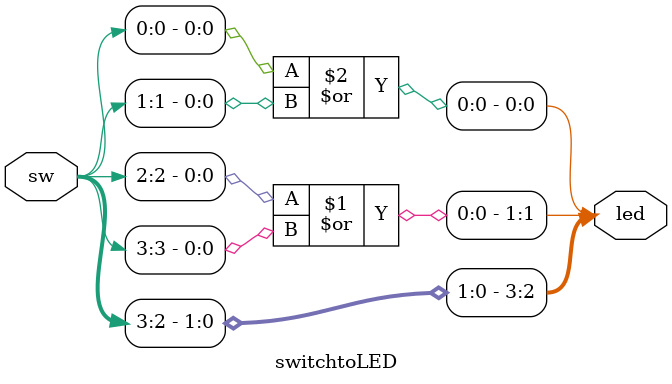
<source format=v>
`timescale 1ns / 1ps

module switchtoLED(
    input wire [3:0] sw,
    output wire [3:0] led
    );
    
    assign led[1] = sw[2] | sw[3];
    assign led[2] = sw[2];
    assign led[3] = sw[3]; 
    assign led[0] = sw[0] | sw[1];
    
endmodule

</source>
